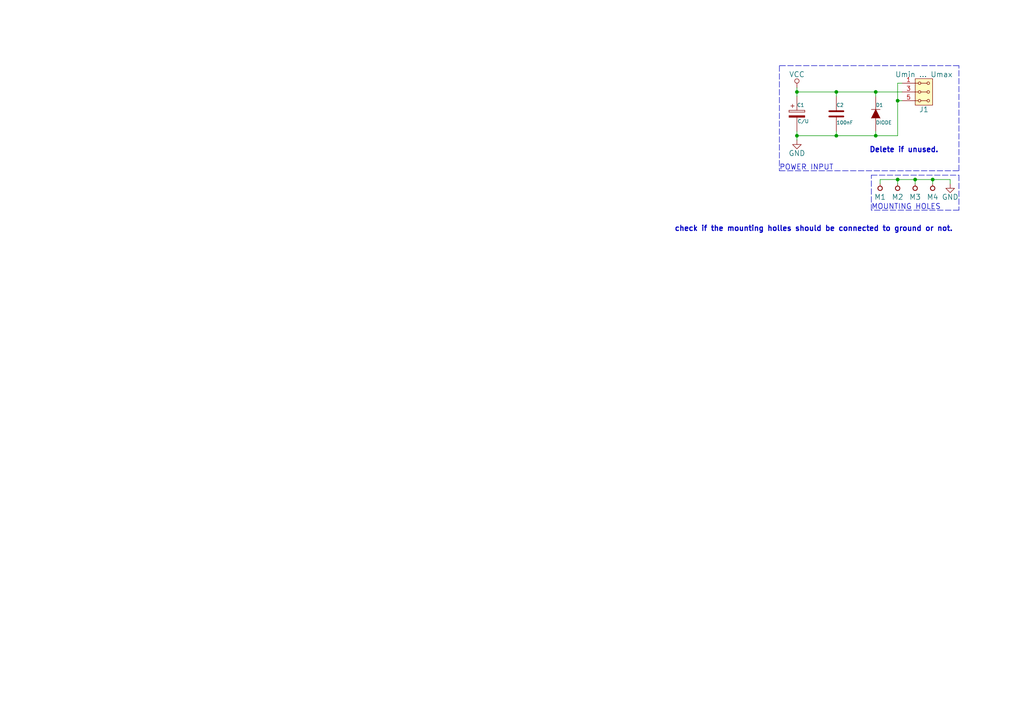
<source format=kicad_sch>
(kicad_sch (version 20211123) (generator eeschema)
  (paper "A4")
  (title_block (title "NAME") (date "%d. %m. %Y") (rev "REV") (company "Mlab www.mlab.cz") (comment 1 "Short description \\nTwo lines are maximum") (comment 2 "nickname <email@example.com>"))
  (lib_symbols
    (symbol "header:HEADER_2x03_PARALLEL" (pin_names (offset 1.016))
      (property "Reference" "J" (at 0 -5.08 0))
      (property "Value" "HEADER_2x03_PARALLEL" (at 0 5.08 0))
      (symbol "HEADER_2x03_PARALLEL_0_1"
        (rectangle (start -2.54 3.81) (end 2.54 -3.81) (fill (type background)))
        (circle (center -1.27 -2.54) (radius 0.381))
        (circle (center -1.27 0) (radius 0.381))
        (circle (center -1.27 2.54) (radius 0.381))
        (polyline (pts (xy -1.651 -2.54) (xy -2.54 -2.54)))
        (polyline (pts (xy -1.651 0) (xy -2.54 0)))
        (polyline (pts (xy -1.651 2.54) (xy -2.54 2.54)))
        (polyline (pts (xy -0.889 -2.54) (xy 0.889 -2.54)))
        (polyline (pts (xy -0.889 0) (xy 0.889 0)))
        (polyline (pts (xy -0.889 2.54) (xy 0.889 2.54)))
        (circle (center 1.27 -2.54) (radius 0.381))
        (circle (center 1.27 0) (radius 0.381))
        (circle (center 1.27 2.54) (radius 0.381))
      )
      (symbol "HEADER_2x03_PARALLEL_1_1"
        (pin input line (at -6.35 2.54 0) (length 3.81) (name "~") (number "1"))
        (pin input line (at -6.35 2.54 0) (length 3.81) hide (name "~") (number "2"))
        (pin input line (at -6.35 0 0) (length 3.81) (name "~") (number "3"))
        (pin input line (at -6.35 0 0) (length 3.81) hide (name "~") (number "4"))
        (pin input line (at -6.35 -2.54 0) (length 3.81) (name "~") (number "5"))
        (pin input line (at -6.35 -2.54 0) (length 3.81) hide (name "~") (number "6"))
      )
    )
    (symbol "mlab-default-rescue:C" (pin_numbers hide) (pin_names (offset 0.254))
      (property "Reference" "C" (at 0 2.54 0))
      (property "Value" "C" (at 0.1524 -2.159 0))
      (symbol "C_0_1"
        (polyline (pts (xy -2.032 -0.762) (xy 2.032 -0.762)) (stroke (width 0.508)))
        (polyline (pts (xy -2.032 0.762) (xy 2.032 0.762)) (stroke (width 0.508)))
      )
      (symbol "C_1_1"
        (pin passive line (at 0 5.08 270) (length 4.318) (name "~") (number "1"))
        (pin passive line (at 0 -5.08 90) (length 4.318) (name "~") (number "2"))
      )
    )
    (symbol "mlab-default-rescue:CP2" (pin_numbers hide) (pin_names (offset 0.254))
      (property "Reference" "C" (at 0 2.54 0))
      (property "Value" "CP2" (at 0.1524 -2.159 0))
      (symbol "CP2_0_1"
        (rectangle (start -2.286 0.508) (end -2.286 1.016))
        (rectangle (start -2.286 0.508) (end 2.286 0.508))
        (rectangle (start -1.778 2.286) (end -0.762 2.286))
        (rectangle (start -1.27 1.778) (end -1.27 2.794))
        (rectangle (start 2.286 -0.508) (end -2.286 -1.016) (fill (type outline)))
        (rectangle (start 2.286 1.016) (end -2.286 1.016))
        (rectangle (start 2.286 1.016) (end 2.286 0.508))
      )
      (symbol "CP2_1_1"
        (pin passive line (at 0 5.08 270) (length 4.064) (name "~") (number "1"))
        (pin passive line (at 0 -5.08 90) (length 4.064) (name "~") (number "2"))
      )
    )
    (symbol "mlab-default-rescue:DIODE" (pin_numbers hide) (pin_names (offset 1.016) hide)
      (property "Reference" "D" (at 0 2.54 0))
      (property "Value" "DIODE" (at 0 -2.54 0))
      (symbol "DIODE_0_1"
        (polyline (pts (xy 1.27 1.27) (xy 1.27 -1.27)) (stroke (width 0.1524)))
        (polyline (pts (xy -1.27 1.27) (xy 1.27 0) (xy -1.27 -1.27)) (fill (type outline)))
      )
      (symbol "DIODE_1_1"
        (pin passive line (at -5.08 0 0) (length 3.81) (name "A") (number "1"))
        (pin passive line (at 5.08 0 180) (length 3.81) (name "K") (number "2"))
      )
    )
    (symbol "mlab-default-rescue:GND" (power) (pin_names (offset 0))
      (property "Value" "GND" (at 0 -3.81 0))
      (symbol "GND_0_1"
        (polyline (pts (xy 0 0) (xy 0 -1.27) (xy 1.27 -1.27) (xy 0 -2.54) (xy -1.27 -1.27) (xy 0 -1.27)))
      )
      (symbol "GND_1_1"
        (pin power_in line (at 0 0 270) (length 0) hide (name "GND") (number "1"))
      )
    )
    (symbol "mlab-default-rescue:HOLE" (pin_numbers hide) (pin_names (offset 1.016) hide)
      (property "Reference" "M" (at 0 2.54 0))
      (property "Value" "HOLE" (at 0 -2.54 0))
      (symbol "HOLE_0_1"
        (circle (center 0 0) (radius 0.635) (stroke (width 0.254)))
      )
      (symbol "HOLE_1_1"
        (pin input line (at 1.27 0 180) (length 0.635) (name "~") (number "1"))
      )
    )
    (symbol "mlab-default-rescue:VCC" (power) (pin_names (offset 0))
      (property "Value" "VCC" (at 0 3.81 0))
      (symbol "VCC_0_1"
        (polyline (pts (xy 0 0) (xy 0 1.27)))
        (circle (center 0 1.905) (radius 0.635))
      )
      (symbol "VCC_1_1"
        (pin power_in line (at 0 0 90) (length 0) hide (name "VCC") (number "1"))
      )
    )
  )
  (junction (at 254 26.67))
  (junction (at 270.51 52.07))
  (junction (at 242.57 39.37))
  (junction (at 260.35 29.21))
  (junction (at 254 39.37))
  (junction (at 265.43 52.07))
  (junction (at 260.35 52.07))
  (junction (at 231.14 39.37))
  (junction (at 242.57 26.67))
  (junction (at 231.14 26.67))
  (wire (pts (xy 260.35 53.34) (xy 260.35 52.07)))
  (wire (pts (xy 265.43 53.34) (xy 265.43 52.07)))
  (wire (pts (xy 254 26.67) (xy 261.62 26.67)))
  (wire (pts (xy 254 26.67) (xy 254 27.94)))
  (wire (pts (xy 275.59 52.07) (xy 270.51 52.07)))
  (polyline (pts (xy 278.13 49.53) (xy 278.13 19.05)))
  (wire (pts (xy 231.14 26.67) (xy 242.57 26.67)))
  (wire (pts (xy 242.57 39.37) (xy 231.14 39.37)))
  (wire (pts (xy 275.59 53.34) (xy 275.59 52.07)))
  (wire (pts (xy 265.43 52.07) (xy 260.35 52.07)))
  (wire (pts (xy 261.62 24.13) (xy 260.35 24.13)))
  (polyline (pts (xy 278.13 50.8) (xy 278.13 60.96)))
  (wire (pts (xy 242.57 39.37) (xy 242.57 38.1)))
  (wire (pts (xy 270.51 53.34) (xy 270.51 52.07)))
  (wire (pts (xy 242.57 26.67) (xy 254 26.67)))
  (wire (pts (xy 260.35 39.37) (xy 254 39.37)))
  (wire (pts (xy 260.35 29.21) (xy 260.35 39.37)))
  (polyline (pts (xy 226.06 49.53) (xy 278.13 49.53)))
  (wire (pts (xy 231.14 26.67) (xy 231.14 27.94)))
  (wire (pts (xy 254 39.37) (xy 242.57 39.37)))
  (wire (pts (xy 261.62 29.21) (xy 260.35 29.21)))
  (polyline (pts (xy 278.13 60.96) (xy 252.73 60.96)))
  (polyline (pts (xy 226.06 19.05) (xy 226.06 49.53)))
  (wire (pts (xy 231.14 25.4) (xy 231.14 26.67)))
  (wire (pts (xy 255.27 52.07) (xy 255.27 53.34)))
  (wire (pts (xy 242.57 26.67) (xy 242.57 27.94)))
  (wire (pts (xy 254 39.37) (xy 254 38.1)))
  (polyline (pts (xy 252.73 60.96) (xy 252.73 50.8)))
  (wire (pts (xy 270.51 52.07) (xy 265.43 52.07)))
  (wire (pts (xy 231.14 38.1) (xy 231.14 39.37)))
  (wire (pts (xy 260.35 24.13) (xy 260.35 29.21)))
  (polyline (pts (xy 278.13 19.05) (xy 226.06 19.05)))
  (polyline (pts (xy 252.73 50.8) (xy 278.13 50.8)))
  (wire (pts (xy 260.35 52.07) (xy 255.27 52.07)))
  (wire (pts (xy 231.14 39.37) (xy 231.14 40.64)))
  (text "POWER INPUT" (at 226.06 49.53 0) (effects (font (size 1.524 1.524)) (justify left bottom)))
  (text "MOUNTING HOLES" (at 252.73 60.96 0) (effects (font (size 1.524 1.524)) (justify left bottom)))
  (text "Delete if unused." (at 252.095 44.45 0) (effects (font (size 1.524 1.524) (thickness 0.3048) bold) (justify left bottom)))
  (text "check if the mounting holles should be connected to ground or not. " (at 195.58 67.31 0) (effects (font (size 1.524 1.524) (thickness 0.3048) bold) (justify left bottom)))
  (symbol (lib_id "header:HEADER_2x03_PARALLEL") (at 267.97 26.67 0) (unit 1)
    (property "Reference" "J1" (at 267.97 31.75 0) (effects (font (size 1.524 1.524))))
    (property "Value" "Umin ... Umax" (at 267.97 21.59 0) (effects (font (size 1.524 1.524))))
  )
  (symbol (lib_id "mlab-default-rescue:DIODE") (at 254 33.02 90) (unit 1)
    (property "Reference" "D1" (at 254 30.48 90) (effects (font (size 1.016 1.016)) (justify right)))
    (property "Value" "DIODE" (at 254 35.56 90) (effects (font (size 1.016 1.016)) (justify right)))
  )
  (symbol (lib_id "mlab-default-rescue:C") (at 242.57 33.02 0) (unit 1)
    (property "Reference" "C2" (at 242.57 30.48 0) (effects (font (size 1.016 1.016)) (justify left)))
    (property "Value" "100nF" (at 242.57 35.56 0) (effects (font (size 1.016 1.016)) (justify left)))
  )
  (symbol (lib_id "mlab-default-rescue:CP2") (at 231.14 33.02 0) (unit 1)
    (property "Reference" "C1" (at 231.14 30.48 0) (effects (font (size 1.016 1.016)) (justify left)))
    (property "Value" "C/U" (at 231.2924 35.179 0) (effects (font (size 1.016 1.016)) (justify left)))
  )
  (symbol (lib_id "mlab-default-rescue:VCC") (at 231.14 25.4 0) (unit 1)
    (property "Reference" "#PWR1" (effects hide))
    (property "Value" "VCC" (at 231.14 21.59 0) (effects (font (size 1.524 1.524))))
  )
  (symbol (lib_id "mlab-default-rescue:GND") (at 231.14 40.64 0) (unit 1)
    (property "Reference" "#PWR2" (effects hide))
    (property "Value" "GND" (at 231.14 44.45 0) (effects (font (size 1.524 1.524))))
  )
  (symbol (lib_id "mlab-default-rescue:HOLE") (at 255.27 54.61 90) (unit 1)
    (property "Reference" "M1" (at 255.27 57.15 90) (effects (font (size 1.524 1.524))))
    (property "Value" "HOLE" (effects hide))
  )
  (symbol (lib_id "mlab-default-rescue:HOLE") (at 260.35 54.61 90) (unit 1)
    (property "Reference" "M2" (at 260.35 57.15 90) (effects (font (size 1.524 1.524))))
    (property "Value" "HOLE" (effects hide))
  )
  (symbol (lib_id "mlab-default-rescue:HOLE") (at 265.43 54.61 90) (unit 1)
    (property "Reference" "M3" (at 265.43 57.15 90) (effects (font (size 1.524 1.524))))
    (property "Value" "HOLE" (effects hide))
  )
  (symbol (lib_id "mlab-default-rescue:HOLE") (at 270.51 54.61 90) (unit 1)
    (property "Reference" "M4" (at 270.51 57.15 90) (effects (font (size 1.524 1.524))))
    (property "Value" "HOLE" (effects hide))
  )
  (symbol (lib_id "mlab-default-rescue:GND") (at 275.59 53.34 0) (unit 1)
    (property "Reference" "#PWR3" (effects hide))
    (property "Value" "GND" (at 275.59 57.15 0) (effects (font (size 1.524 1.524))))
  )
)
</source>
